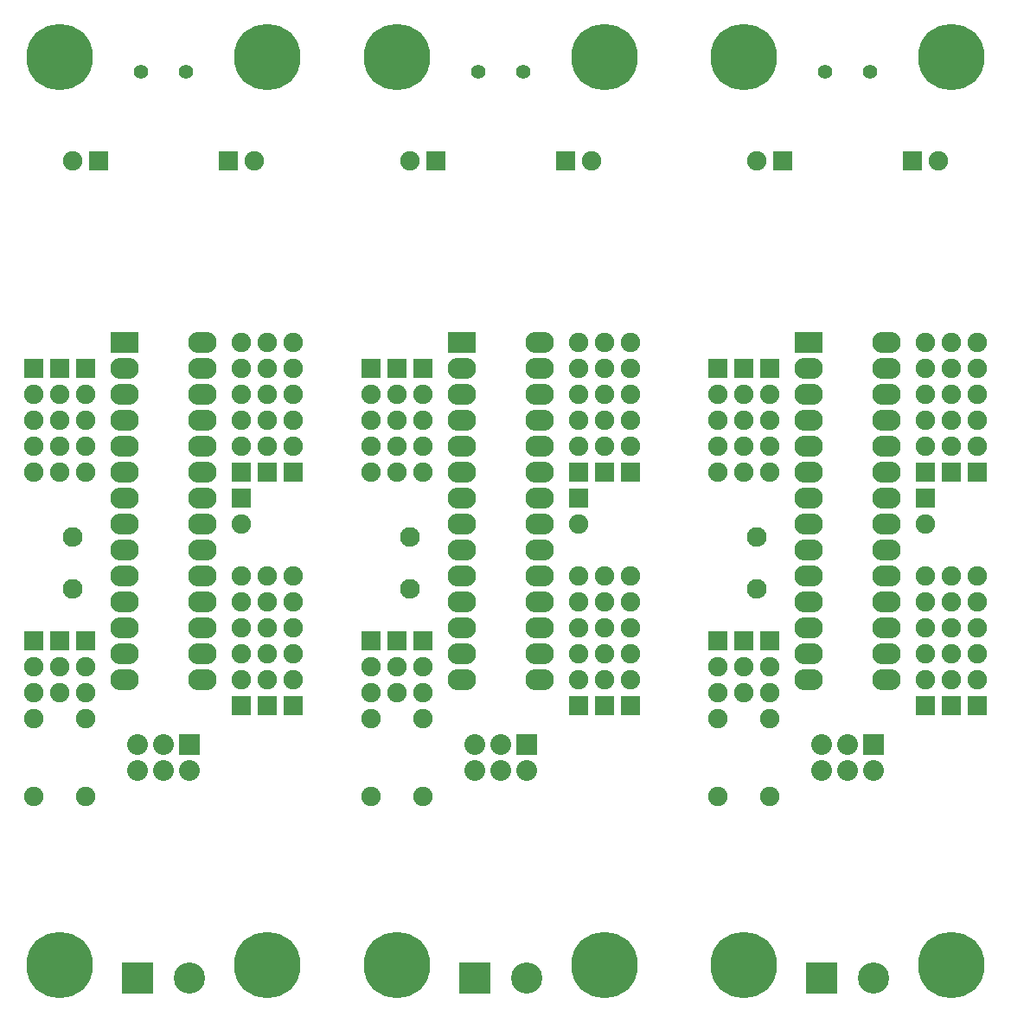
<source format=gbs>
G04 (created by PCBNEW (2012-12-10 BZR 3844)-stable) date Tue 18 Dec 2012 09:43:10 AM CET*
%MOIN*%
G04 Gerber Fmt 3.4, Leading zero omitted, Abs format*
%FSLAX34Y34*%
G01*
G70*
G90*
G04 APERTURE LIST*
%ADD10C,0.006*%
%ADD11R,0.08X0.08*%
%ADD12C,0.08*%
%ADD13C,0.0554*%
%ADD14C,0.2562*%
%ADD15R,0.12X0.12*%
%ADD16C,0.12*%
%ADD17O,0.11X0.082*%
%ADD18R,0.11X0.082*%
%ADD19R,0.075X0.075*%
%ADD20C,0.075*%
%ADD21C,0.076*%
G04 APERTURE END LIST*
G54D10*
G54D11*
X20493Y-28758D03*
G54D12*
X20493Y-29758D03*
X19493Y-28758D03*
X19493Y-29758D03*
X18493Y-28758D03*
X18493Y-29758D03*
G54D13*
X20358Y-2798D03*
X18627Y-2798D03*
G54D14*
X23493Y-37258D03*
X15493Y-37258D03*
X23493Y-2258D03*
X15493Y-2258D03*
G54D15*
X18493Y-37758D03*
G54D16*
X20493Y-37758D03*
G54D17*
X17993Y-14258D03*
X17993Y-15258D03*
X17993Y-16258D03*
X17993Y-17258D03*
X17993Y-18258D03*
X17993Y-19258D03*
X17993Y-20258D03*
X17993Y-21258D03*
X17993Y-22258D03*
X17993Y-23258D03*
X17993Y-24258D03*
X17993Y-25258D03*
X17993Y-26258D03*
G54D18*
X17993Y-13258D03*
G54D17*
X20993Y-26258D03*
X20993Y-25258D03*
X20993Y-24258D03*
X20993Y-23258D03*
X20993Y-22258D03*
X20993Y-21258D03*
X20993Y-20258D03*
X20993Y-19258D03*
X20993Y-18258D03*
X20993Y-17258D03*
X20993Y-16258D03*
X20993Y-15258D03*
X20993Y-14258D03*
X20993Y-13258D03*
G54D19*
X22493Y-19258D03*
G54D20*
X22493Y-20258D03*
G54D19*
X21993Y-6258D03*
G54D20*
X22993Y-6258D03*
G54D19*
X16493Y-24758D03*
G54D20*
X16493Y-25758D03*
X16493Y-26758D03*
G54D19*
X15493Y-24758D03*
G54D20*
X15493Y-25758D03*
X15493Y-26758D03*
G54D19*
X14493Y-24758D03*
G54D20*
X14493Y-25758D03*
X14493Y-26758D03*
G54D19*
X14493Y-14258D03*
G54D20*
X14493Y-15258D03*
X14493Y-16258D03*
X14493Y-17258D03*
X14493Y-18258D03*
G54D19*
X15493Y-14258D03*
G54D20*
X15493Y-15258D03*
X15493Y-16258D03*
X15493Y-17258D03*
X15493Y-18258D03*
G54D19*
X16493Y-14258D03*
G54D20*
X16493Y-15258D03*
X16493Y-16258D03*
X16493Y-17258D03*
X16493Y-18258D03*
G54D19*
X24493Y-18258D03*
G54D20*
X24493Y-17258D03*
X24493Y-16258D03*
X24493Y-15258D03*
X24493Y-14258D03*
X24493Y-13258D03*
G54D19*
X23493Y-18258D03*
G54D20*
X23493Y-17258D03*
X23493Y-16258D03*
X23493Y-15258D03*
X23493Y-14258D03*
X23493Y-13258D03*
G54D19*
X24493Y-27258D03*
G54D20*
X24493Y-26258D03*
X24493Y-25258D03*
X24493Y-24258D03*
X24493Y-23258D03*
X24493Y-22258D03*
G54D19*
X23493Y-27258D03*
G54D20*
X23493Y-26258D03*
X23493Y-25258D03*
X23493Y-24258D03*
X23493Y-23258D03*
X23493Y-22258D03*
G54D19*
X22493Y-18258D03*
G54D20*
X22493Y-17258D03*
X22493Y-16258D03*
X22493Y-15258D03*
X22493Y-14258D03*
X22493Y-13258D03*
G54D19*
X22493Y-27258D03*
G54D20*
X22493Y-26258D03*
X22493Y-25258D03*
X22493Y-24258D03*
X22493Y-23258D03*
X22493Y-22258D03*
X14493Y-27758D03*
X16493Y-27758D03*
X14493Y-30758D03*
X16493Y-30758D03*
G54D19*
X16993Y-6258D03*
G54D20*
X15993Y-6258D03*
G54D21*
X15993Y-20758D03*
X15993Y-22758D03*
G54D11*
X7502Y-28759D03*
G54D12*
X7502Y-29759D03*
X6502Y-28759D03*
X6502Y-29759D03*
X5502Y-28759D03*
X5502Y-29759D03*
G54D13*
X7367Y-2799D03*
X5636Y-2799D03*
G54D14*
X10502Y-37259D03*
X2502Y-37259D03*
X10502Y-2259D03*
X2502Y-2259D03*
G54D15*
X5502Y-37759D03*
G54D16*
X7502Y-37759D03*
G54D17*
X5002Y-14259D03*
X5002Y-15259D03*
X5002Y-16259D03*
X5002Y-17259D03*
X5002Y-18259D03*
X5002Y-19259D03*
X5002Y-20259D03*
X5002Y-21259D03*
X5002Y-22259D03*
X5002Y-23259D03*
X5002Y-24259D03*
X5002Y-25259D03*
X5002Y-26259D03*
G54D18*
X5002Y-13259D03*
G54D17*
X8002Y-26259D03*
X8002Y-25259D03*
X8002Y-24259D03*
X8002Y-23259D03*
X8002Y-22259D03*
X8002Y-21259D03*
X8002Y-20259D03*
X8002Y-19259D03*
X8002Y-18259D03*
X8002Y-17259D03*
X8002Y-16259D03*
X8002Y-15259D03*
X8002Y-14259D03*
X8002Y-13259D03*
G54D19*
X9502Y-19259D03*
G54D20*
X9502Y-20259D03*
G54D19*
X9002Y-6259D03*
G54D20*
X10002Y-6259D03*
G54D19*
X3502Y-24759D03*
G54D20*
X3502Y-25759D03*
X3502Y-26759D03*
G54D19*
X2502Y-24759D03*
G54D20*
X2502Y-25759D03*
X2502Y-26759D03*
G54D19*
X1502Y-24759D03*
G54D20*
X1502Y-25759D03*
X1502Y-26759D03*
G54D19*
X1502Y-14259D03*
G54D20*
X1502Y-15259D03*
X1502Y-16259D03*
X1502Y-17259D03*
X1502Y-18259D03*
G54D19*
X2502Y-14259D03*
G54D20*
X2502Y-15259D03*
X2502Y-16259D03*
X2502Y-17259D03*
X2502Y-18259D03*
G54D19*
X3502Y-14259D03*
G54D20*
X3502Y-15259D03*
X3502Y-16259D03*
X3502Y-17259D03*
X3502Y-18259D03*
G54D19*
X11502Y-18259D03*
G54D20*
X11502Y-17259D03*
X11502Y-16259D03*
X11502Y-15259D03*
X11502Y-14259D03*
X11502Y-13259D03*
G54D19*
X10502Y-18259D03*
G54D20*
X10502Y-17259D03*
X10502Y-16259D03*
X10502Y-15259D03*
X10502Y-14259D03*
X10502Y-13259D03*
G54D19*
X11502Y-27259D03*
G54D20*
X11502Y-26259D03*
X11502Y-25259D03*
X11502Y-24259D03*
X11502Y-23259D03*
X11502Y-22259D03*
G54D19*
X10502Y-27259D03*
G54D20*
X10502Y-26259D03*
X10502Y-25259D03*
X10502Y-24259D03*
X10502Y-23259D03*
X10502Y-22259D03*
G54D19*
X9502Y-18259D03*
G54D20*
X9502Y-17259D03*
X9502Y-16259D03*
X9502Y-15259D03*
X9502Y-14259D03*
X9502Y-13259D03*
G54D19*
X9502Y-27259D03*
G54D20*
X9502Y-26259D03*
X9502Y-25259D03*
X9502Y-24259D03*
X9502Y-23259D03*
X9502Y-22259D03*
X1502Y-27759D03*
X3502Y-27759D03*
X1502Y-30759D03*
X3502Y-30759D03*
G54D19*
X4002Y-6259D03*
G54D20*
X3002Y-6259D03*
G54D21*
X3002Y-20759D03*
X3002Y-22759D03*
X29379Y-20759D03*
X29379Y-22759D03*
G54D19*
X30379Y-6259D03*
G54D20*
X29379Y-6259D03*
X27879Y-27759D03*
X29879Y-27759D03*
X27879Y-30759D03*
X29879Y-30759D03*
G54D19*
X35879Y-27259D03*
G54D20*
X35879Y-26259D03*
X35879Y-25259D03*
X35879Y-24259D03*
X35879Y-23259D03*
X35879Y-22259D03*
G54D19*
X35879Y-18259D03*
G54D20*
X35879Y-17259D03*
X35879Y-16259D03*
X35879Y-15259D03*
X35879Y-14259D03*
X35879Y-13259D03*
G54D19*
X36879Y-27259D03*
G54D20*
X36879Y-26259D03*
X36879Y-25259D03*
X36879Y-24259D03*
X36879Y-23259D03*
X36879Y-22259D03*
G54D19*
X37879Y-27259D03*
G54D20*
X37879Y-26259D03*
X37879Y-25259D03*
X37879Y-24259D03*
X37879Y-23259D03*
X37879Y-22259D03*
G54D19*
X36879Y-18259D03*
G54D20*
X36879Y-17259D03*
X36879Y-16259D03*
X36879Y-15259D03*
X36879Y-14259D03*
X36879Y-13259D03*
G54D19*
X37879Y-18259D03*
G54D20*
X37879Y-17259D03*
X37879Y-16259D03*
X37879Y-15259D03*
X37879Y-14259D03*
X37879Y-13259D03*
G54D19*
X29879Y-14259D03*
G54D20*
X29879Y-15259D03*
X29879Y-16259D03*
X29879Y-17259D03*
X29879Y-18259D03*
G54D19*
X28879Y-14259D03*
G54D20*
X28879Y-15259D03*
X28879Y-16259D03*
X28879Y-17259D03*
X28879Y-18259D03*
G54D19*
X27879Y-14259D03*
G54D20*
X27879Y-15259D03*
X27879Y-16259D03*
X27879Y-17259D03*
X27879Y-18259D03*
G54D19*
X27879Y-24759D03*
G54D20*
X27879Y-25759D03*
X27879Y-26759D03*
G54D19*
X28879Y-24759D03*
G54D20*
X28879Y-25759D03*
X28879Y-26759D03*
G54D19*
X29879Y-24759D03*
G54D20*
X29879Y-25759D03*
X29879Y-26759D03*
G54D19*
X35379Y-6259D03*
G54D20*
X36379Y-6259D03*
G54D19*
X35879Y-19259D03*
G54D20*
X35879Y-20259D03*
G54D17*
X31379Y-14259D03*
X31379Y-15259D03*
X31379Y-16259D03*
X31379Y-17259D03*
X31379Y-18259D03*
X31379Y-19259D03*
X31379Y-20259D03*
X31379Y-21259D03*
X31379Y-22259D03*
X31379Y-23259D03*
X31379Y-24259D03*
X31379Y-25259D03*
X31379Y-26259D03*
G54D18*
X31379Y-13259D03*
G54D17*
X34379Y-26259D03*
X34379Y-25259D03*
X34379Y-24259D03*
X34379Y-23259D03*
X34379Y-22259D03*
X34379Y-21259D03*
X34379Y-20259D03*
X34379Y-19259D03*
X34379Y-18259D03*
X34379Y-17259D03*
X34379Y-16259D03*
X34379Y-15259D03*
X34379Y-14259D03*
X34379Y-13259D03*
G54D15*
X31879Y-37759D03*
G54D16*
X33879Y-37759D03*
G54D14*
X28879Y-2259D03*
X36879Y-2259D03*
X28879Y-37259D03*
X36879Y-37259D03*
G54D13*
X33744Y-2799D03*
X32013Y-2799D03*
G54D11*
X33879Y-28759D03*
G54D12*
X33879Y-29759D03*
X32879Y-28759D03*
X32879Y-29759D03*
X31879Y-28759D03*
X31879Y-29759D03*
M02*

</source>
